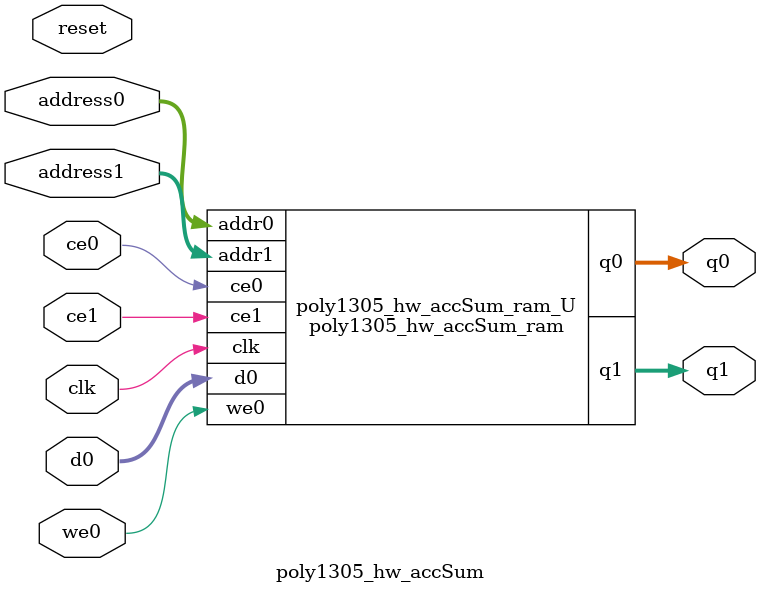
<source format=v>
`timescale 1 ns / 1 ps
module poly1305_hw_accSum_ram (addr0, ce0, d0, we0, q0, addr1, ce1, q1,  clk);

parameter DWIDTH = 8;
parameter AWIDTH = 5;
parameter MEM_SIZE = 17;

input[AWIDTH-1:0] addr0;
input ce0;
input[DWIDTH-1:0] d0;
input we0;
output reg[DWIDTH-1:0] q0;
input[AWIDTH-1:0] addr1;
input ce1;
output reg[DWIDTH-1:0] q1;
input clk;

(* ram_style = "distributed" *)reg [DWIDTH-1:0] ram[0:MEM_SIZE-1];




always @(posedge clk)  
begin 
    if (ce0) 
    begin
        if (we0) 
        begin 
            ram[addr0] <= d0; 
        end 
        q0 <= ram[addr0];
    end
end


always @(posedge clk)  
begin 
    if (ce1) 
    begin
        q1 <= ram[addr1];
    end
end


endmodule

`timescale 1 ns / 1 ps
module poly1305_hw_accSum(
    reset,
    clk,
    address0,
    ce0,
    we0,
    d0,
    q0,
    address1,
    ce1,
    q1);

parameter DataWidth = 32'd8;
parameter AddressRange = 32'd17;
parameter AddressWidth = 32'd5;
input reset;
input clk;
input[AddressWidth - 1:0] address0;
input ce0;
input we0;
input[DataWidth - 1:0] d0;
output[DataWidth - 1:0] q0;
input[AddressWidth - 1:0] address1;
input ce1;
output[DataWidth - 1:0] q1;



poly1305_hw_accSum_ram poly1305_hw_accSum_ram_U(
    .clk( clk ),
    .addr0( address0 ),
    .ce0( ce0 ),
    .we0( we0 ),
    .d0( d0 ),
    .q0( q0 ),
    .addr1( address1 ),
    .ce1( ce1 ),
    .q1( q1 ));

endmodule


</source>
